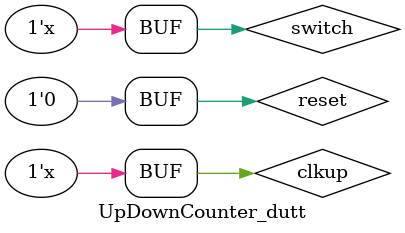
<source format=v>



module UpDownCounter(clkup,switch,reset,pcount,full_flag,empty_flag,alarm);

  input clkup,switch,reset;
  output [3:0]pcount;
  //--------------outout  3bits the largest number is 7-------------
  output full_flag,empty_flag,alarm;
//---------------alarm turn on when count =0 and you decrease or count =7 and you increase---------
  reg [3:0]pcount=0;
  //---------reg because assign left hand of always---------
  reg alarm;
  reg full_flag=0;
  reg empty_flag=0;
 //------------ull_flag ,empty_flag and alarm >>>>>>>leds-------------

 //-------full_flag light when count =7 and empty_flag light when count=0 --------------- 
  always @(posedge clkup or  posedge reset)
  begin 
    if(reset)
      begin
        pcount<=0;
        full_flag<=0;
        empty_flag<=1;
         alarm<=0;
      end

    else if(switch==1)
    begin 
		if(clkup)
		begin
         if(pcount==7)
           begin
           alarm<=1;
           full_flag<=1;
            end
         else
          begin
             pcount<=pcount+1;
             alarm<=0; 
             empty_flag<=0;
           if(pcount==7)
               full_flag<=1;
           else
              full_flag<=0;
          end
		  end
      end
      else 
		begin 
        if(pcount==0)
          begin
          alarm<=1;
           empty_flag<=1;
           end
        else
        begin
          pcount<=pcount-1;
          alarm<=0; 
          full_flag<=0;
          if(pcount==0)
             empty_flag<=1;
          else
             empty_flag<=0;
         end
      end
  end
endmodule
//--------------------------------------
//----------end file------------------
module UpDownCounter_dutt();
reg clkup,switch,reset;
wire [3:0]pcount;
wire full_flag,empty_flag,alarm;

initial
begin
clkup=0;
switch=1;
reset=1; #100;
reset=0;
end
always 
#50 clkup=~clkup;
always
#900 switch=~switch;

UpDownCounter  kd (clkup,switch,reset,pcount,full_flag,empty_flag,alarm);
endmodule
</source>
